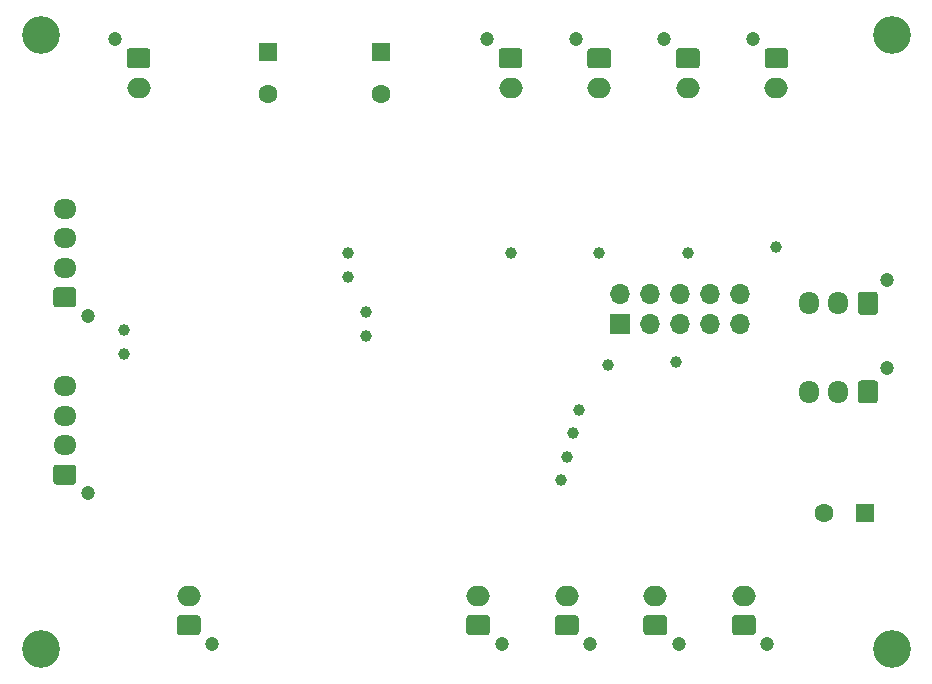
<source format=gbr>
%TF.GenerationSoftware,KiCad,Pcbnew,5.1.10*%
%TF.CreationDate,2021-06-13T22:55:49-04:00*%
%TF.ProjectId,led-controller,6c65642d-636f-46e7-9472-6f6c6c65722e,v1.0*%
%TF.SameCoordinates,Original*%
%TF.FileFunction,Soldermask,Bot*%
%TF.FilePolarity,Negative*%
%FSLAX46Y46*%
G04 Gerber Fmt 4.6, Leading zero omitted, Abs format (unit mm)*
G04 Created by KiCad (PCBNEW 5.1.10) date 2021-06-13 22:55:49*
%MOMM*%
%LPD*%
G01*
G04 APERTURE LIST*
%ADD10C,1.600000*%
%ADD11R,1.600000X1.600000*%
%ADD12R,1.700000X1.700000*%
%ADD13O,1.700000X1.700000*%
%ADD14O,2.000000X1.700000*%
%ADD15C,1.200000*%
%ADD16O,1.950000X1.700000*%
%ADD17O,1.700000X1.950000*%
%ADD18C,1.000000*%
%ADD19C,3.200000*%
G04 APERTURE END LIST*
D10*
%TO.C,C14*%
X123250000Y-59000000D03*
D11*
X123250000Y-55500000D03*
%TD*%
D12*
%TO.C,J1*%
X153000000Y-78500000D03*
D13*
X153000000Y-75960000D03*
X155540000Y-78500000D03*
X155540000Y-75960000D03*
X158080000Y-78500000D03*
X158080000Y-75960000D03*
X160620000Y-78500000D03*
X160620000Y-75960000D03*
X163160000Y-78500000D03*
X163160000Y-75960000D03*
%TD*%
%TO.C,J2*%
G36*
G01*
X117250000Y-104850000D02*
X115750000Y-104850000D01*
G75*
G02*
X115500000Y-104600000I0J250000D01*
G01*
X115500000Y-103400000D01*
G75*
G02*
X115750000Y-103150000I250000J0D01*
G01*
X117250000Y-103150000D01*
G75*
G02*
X117500000Y-103400000I0J-250000D01*
G01*
X117500000Y-104600000D01*
G75*
G02*
X117250000Y-104850000I-250000J0D01*
G01*
G37*
D14*
X116500000Y-101500000D03*
D15*
X118500000Y-105600000D03*
%TD*%
%TO.C,J3*%
X110250000Y-54400000D03*
D14*
X112250000Y-58500000D03*
G36*
G01*
X111500000Y-55150000D02*
X113000000Y-55150000D01*
G75*
G02*
X113250000Y-55400000I0J-250000D01*
G01*
X113250000Y-56600000D01*
G75*
G02*
X113000000Y-56850000I-250000J0D01*
G01*
X111500000Y-56850000D01*
G75*
G02*
X111250000Y-56600000I0J250000D01*
G01*
X111250000Y-55400000D01*
G75*
G02*
X111500000Y-55150000I250000J0D01*
G01*
G37*
%TD*%
%TO.C,J4*%
G36*
G01*
X141750000Y-104850000D02*
X140250000Y-104850000D01*
G75*
G02*
X140000000Y-104600000I0J250000D01*
G01*
X140000000Y-103400000D01*
G75*
G02*
X140250000Y-103150000I250000J0D01*
G01*
X141750000Y-103150000D01*
G75*
G02*
X142000000Y-103400000I0J-250000D01*
G01*
X142000000Y-104600000D01*
G75*
G02*
X141750000Y-104850000I-250000J0D01*
G01*
G37*
X141000000Y-101500000D03*
D15*
X143000000Y-105600000D03*
%TD*%
%TO.C,J5*%
G36*
G01*
X149250000Y-104850000D02*
X147750000Y-104850000D01*
G75*
G02*
X147500000Y-104600000I0J250000D01*
G01*
X147500000Y-103400000D01*
G75*
G02*
X147750000Y-103150000I250000J0D01*
G01*
X149250000Y-103150000D01*
G75*
G02*
X149500000Y-103400000I0J-250000D01*
G01*
X149500000Y-104600000D01*
G75*
G02*
X149250000Y-104850000I-250000J0D01*
G01*
G37*
D14*
X148500000Y-101500000D03*
D15*
X150500000Y-105600000D03*
%TD*%
%TO.C,J6*%
X108000000Y-77850000D03*
D16*
X106000000Y-68750000D03*
X106000000Y-71250000D03*
X106000000Y-73750000D03*
G36*
G01*
X106725000Y-77100000D02*
X105275000Y-77100000D01*
G75*
G02*
X105025000Y-76850000I0J250000D01*
G01*
X105025000Y-75650000D01*
G75*
G02*
X105275000Y-75400000I250000J0D01*
G01*
X106725000Y-75400000D01*
G75*
G02*
X106975000Y-75650000I0J-250000D01*
G01*
X106975000Y-76850000D01*
G75*
G02*
X106725000Y-77100000I-250000J0D01*
G01*
G37*
%TD*%
%TO.C,J7*%
G36*
G01*
X106725000Y-92100000D02*
X105275000Y-92100000D01*
G75*
G02*
X105025000Y-91850000I0J250000D01*
G01*
X105025000Y-90650000D01*
G75*
G02*
X105275000Y-90400000I250000J0D01*
G01*
X106725000Y-90400000D01*
G75*
G02*
X106975000Y-90650000I0J-250000D01*
G01*
X106975000Y-91850000D01*
G75*
G02*
X106725000Y-92100000I-250000J0D01*
G01*
G37*
X106000000Y-88750000D03*
X106000000Y-86250000D03*
X106000000Y-83750000D03*
D15*
X108000000Y-92850000D03*
%TD*%
%TO.C,J8*%
X175600000Y-74750000D03*
D17*
X169000000Y-76750000D03*
X171500000Y-76750000D03*
G36*
G01*
X174850000Y-76025000D02*
X174850000Y-77475000D01*
G75*
G02*
X174600000Y-77725000I-250000J0D01*
G01*
X173400000Y-77725000D01*
G75*
G02*
X173150000Y-77475000I0J250000D01*
G01*
X173150000Y-76025000D01*
G75*
G02*
X173400000Y-75775000I250000J0D01*
G01*
X174600000Y-75775000D01*
G75*
G02*
X174850000Y-76025000I0J-250000D01*
G01*
G37*
%TD*%
%TO.C,J9*%
G36*
G01*
X174850000Y-83525000D02*
X174850000Y-84975000D01*
G75*
G02*
X174600000Y-85225000I-250000J0D01*
G01*
X173400000Y-85225000D01*
G75*
G02*
X173150000Y-84975000I0J250000D01*
G01*
X173150000Y-83525000D01*
G75*
G02*
X173400000Y-83275000I250000J0D01*
G01*
X174600000Y-83275000D01*
G75*
G02*
X174850000Y-83525000I0J-250000D01*
G01*
G37*
X171500000Y-84250000D03*
X169000000Y-84250000D03*
D15*
X175600000Y-82250000D03*
%TD*%
%TO.C,J10*%
X158000000Y-105600000D03*
D14*
X156000000Y-101500000D03*
G36*
G01*
X156750000Y-104850000D02*
X155250000Y-104850000D01*
G75*
G02*
X155000000Y-104600000I0J250000D01*
G01*
X155000000Y-103400000D01*
G75*
G02*
X155250000Y-103150000I250000J0D01*
G01*
X156750000Y-103150000D01*
G75*
G02*
X157000000Y-103400000I0J-250000D01*
G01*
X157000000Y-104600000D01*
G75*
G02*
X156750000Y-104850000I-250000J0D01*
G01*
G37*
%TD*%
D15*
%TO.C,J11*%
X165500000Y-105600000D03*
D14*
X163500000Y-101500000D03*
G36*
G01*
X164250000Y-104850000D02*
X162750000Y-104850000D01*
G75*
G02*
X162500000Y-104600000I0J250000D01*
G01*
X162500000Y-103400000D01*
G75*
G02*
X162750000Y-103150000I250000J0D01*
G01*
X164250000Y-103150000D01*
G75*
G02*
X164500000Y-103400000I0J-250000D01*
G01*
X164500000Y-104600000D01*
G75*
G02*
X164250000Y-104850000I-250000J0D01*
G01*
G37*
%TD*%
%TO.C,J12*%
G36*
G01*
X165500000Y-55150000D02*
X167000000Y-55150000D01*
G75*
G02*
X167250000Y-55400000I0J-250000D01*
G01*
X167250000Y-56600000D01*
G75*
G02*
X167000000Y-56850000I-250000J0D01*
G01*
X165500000Y-56850000D01*
G75*
G02*
X165250000Y-56600000I0J250000D01*
G01*
X165250000Y-55400000D01*
G75*
G02*
X165500000Y-55150000I250000J0D01*
G01*
G37*
X166250000Y-58500000D03*
D15*
X164250000Y-54400000D03*
%TD*%
%TO.C,J13*%
X156750000Y-54400000D03*
D14*
X158750000Y-58500000D03*
G36*
G01*
X158000000Y-55150000D02*
X159500000Y-55150000D01*
G75*
G02*
X159750000Y-55400000I0J-250000D01*
G01*
X159750000Y-56600000D01*
G75*
G02*
X159500000Y-56850000I-250000J0D01*
G01*
X158000000Y-56850000D01*
G75*
G02*
X157750000Y-56600000I0J250000D01*
G01*
X157750000Y-55400000D01*
G75*
G02*
X158000000Y-55150000I250000J0D01*
G01*
G37*
%TD*%
%TO.C,J14*%
G36*
G01*
X150500000Y-55150000D02*
X152000000Y-55150000D01*
G75*
G02*
X152250000Y-55400000I0J-250000D01*
G01*
X152250000Y-56600000D01*
G75*
G02*
X152000000Y-56850000I-250000J0D01*
G01*
X150500000Y-56850000D01*
G75*
G02*
X150250000Y-56600000I0J250000D01*
G01*
X150250000Y-55400000D01*
G75*
G02*
X150500000Y-55150000I250000J0D01*
G01*
G37*
X151250000Y-58500000D03*
D15*
X149250000Y-54400000D03*
%TD*%
%TO.C,J15*%
X141750000Y-54400000D03*
D14*
X143750000Y-58500000D03*
G36*
G01*
X143000000Y-55150000D02*
X144500000Y-55150000D01*
G75*
G02*
X144750000Y-55400000I0J-250000D01*
G01*
X144750000Y-56600000D01*
G75*
G02*
X144500000Y-56850000I-250000J0D01*
G01*
X143000000Y-56850000D01*
G75*
G02*
X142750000Y-56600000I0J250000D01*
G01*
X142750000Y-55400000D01*
G75*
G02*
X143000000Y-55150000I250000J0D01*
G01*
G37*
%TD*%
D18*
%TO.C,TP11*%
X130000000Y-74500000D03*
%TD*%
%TO.C,TP10*%
X130000000Y-72500000D03*
%TD*%
%TO.C,TP16*%
X111000000Y-81000000D03*
%TD*%
%TO.C,TP17*%
X111000000Y-79000000D03*
%TD*%
D11*
%TO.C,C13*%
X173750000Y-94500000D03*
D10*
X170250000Y-94500000D03*
%TD*%
D18*
%TO.C,TP1*%
X131500000Y-77500000D03*
%TD*%
%TO.C,TP2*%
X131500000Y-79500000D03*
%TD*%
%TO.C,TP4*%
X166250000Y-72000000D03*
%TD*%
%TO.C,TP5*%
X158750000Y-72500000D03*
%TD*%
%TO.C,TP6*%
X151250000Y-72500000D03*
%TD*%
%TO.C,TP7*%
X143750000Y-72500000D03*
%TD*%
%TO.C,TP8*%
X152000000Y-82000000D03*
%TD*%
%TO.C,TP9*%
X157750000Y-81750000D03*
%TD*%
%TO.C,TP12*%
X148000000Y-91750000D03*
%TD*%
%TO.C,TP13*%
X148500000Y-89750000D03*
%TD*%
%TO.C,TP14*%
X149000000Y-87750000D03*
%TD*%
%TO.C,TP15*%
X149500000Y-85750000D03*
%TD*%
D11*
%TO.C,C15*%
X132750000Y-55500000D03*
D10*
X132750000Y-59000000D03*
%TD*%
D19*
%TO.C,H1*%
X104000000Y-54000000D03*
%TD*%
%TO.C,H2*%
X176000000Y-54000000D03*
%TD*%
%TO.C,H3*%
X104000000Y-106000000D03*
%TD*%
%TO.C,H4*%
X176000000Y-106000000D03*
%TD*%
M02*

</source>
